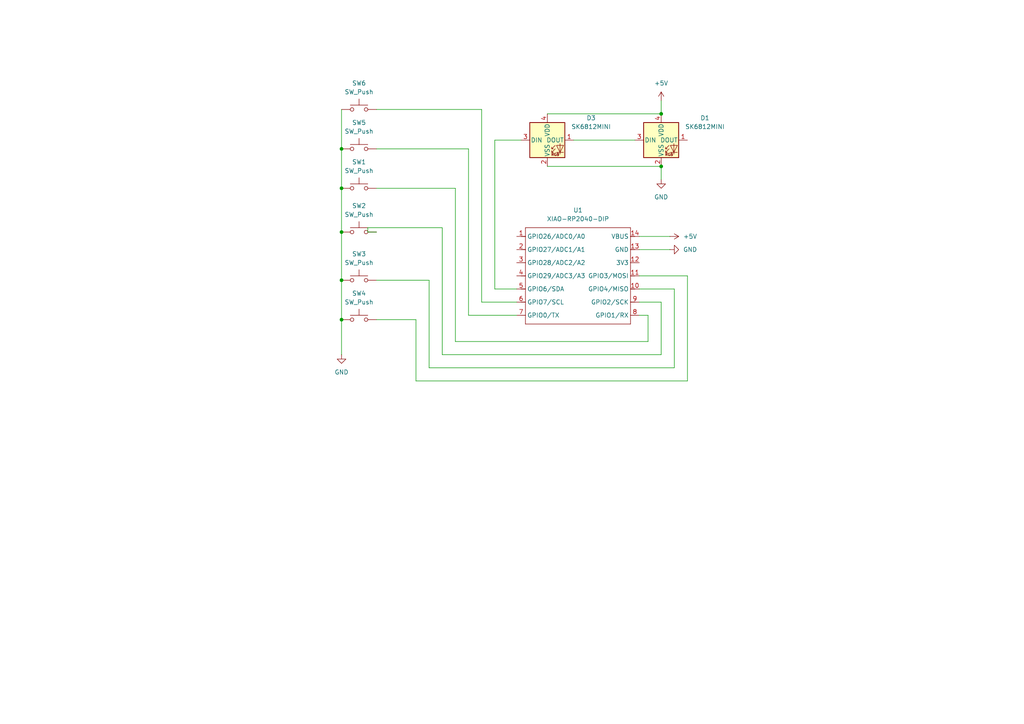
<source format=kicad_sch>
(kicad_sch (version 20250114) (generator "eeschema") (generator_version "9.0")
  (paper "A4")
  (lib_symbols
    (symbol "LED:SK6812MINI" (pin_names (offset 0.254))
      (property "Reference" "D" (at 5.08 5.715 0))
      (property "Value" "SK6812MINI" (at 1.27 -5.715 0))
      (symbol "SK6812MINI_0_0"
        (text "RGB" (at 2.286 -4.191 0) (effects (font (size 0.762 0.762))))
      )
      (symbol "SK6812MINI_0_1"
        (polyline (pts (xy 1.27 -2.54) (xy 1.778 -2.54)))
        (polyline (pts (xy 1.27 -3.556) (xy 1.778 -3.556)))
        (polyline (pts (xy 2.286 -1.524) (xy 1.27 -2.54) (xy 1.27 -2.032)))
        (polyline (pts (xy 2.286 -2.54) (xy 1.27 -3.556) (xy 1.27 -3.048)))
        (polyline (pts (xy 3.683 -1.016) (xy 3.683 -3.556) (xy 3.683 -4.064)))
        (polyline (pts (xy 4.699 -1.524) (xy 2.667 -1.524) (xy 3.683 -3.556) (xy 4.699 -1.524)))
        (polyline (pts (xy 4.699 -3.556) (xy 2.667 -3.556)))
        (rectangle (start 5.08 5.08) (end -5.08 -5.08) (stroke (width 0.254)) (fill (type background)))
      )
      (symbol "SK6812MINI_1_1"
        (pin input line (at -7.62 0 0) (length 2.54) (name "DIN") (number "3"))
        (pin power_in line (at 0 7.62 270) (length 2.54) (name "VDD") (number "4"))
        (pin power_in line (at 0 -7.62 90) (length 2.54) (name "VSS") (number "2"))
        (pin output line (at 7.62 0 180) (length 2.54) (name "DOUT") (number "1"))
      )
    )
    (symbol "OPL:XIAO-RP2040-DIP"
      (property "Reference" "U" (at 0 0 0))
      (property "Value" "XIAO-RP2040-DIP" (at 5.334 -1.778 0))
      (symbol "XIAO-RP2040-DIP_1_0"
        (polyline (pts (xy -1.27 -2.54) (xy 29.21 -2.54)) (stroke (width 0.1524)))
        (polyline (pts (xy -1.27 -5.08) (xy -2.54 -5.08)) (stroke (width 0.1524)))
        (polyline (pts (xy -1.27 -5.08) (xy -1.27 -2.54)) (stroke (width 0.1524)))
        (polyline (pts (xy -1.27 -8.89) (xy -2.54 -8.89)) (stroke (width 0.1524)))
        (polyline (pts (xy -1.27 -8.89) (xy -1.27 -5.08)) (stroke (width 0.1524)))
        (polyline (pts (xy -1.27 -12.7) (xy -2.54 -12.7)) (stroke (width 0.1524)))
        (polyline (pts (xy -1.27 -12.7) (xy -1.27 -8.89)) (stroke (width 0.1524)))
        (polyline (pts (xy -1.27 -16.51) (xy -2.54 -16.51)) (stroke (width 0.1524)))
        (polyline (pts (xy -1.27 -16.51) (xy -1.27 -12.7)) (stroke (width 0.1524)))
        (polyline (pts (xy -1.27 -20.32) (xy -2.54 -20.32)) (stroke (width 0.1524)))
        (polyline (pts (xy -1.27 -24.13) (xy -2.54 -24.13)) (stroke (width 0.1524)))
        (polyline (pts (xy -1.27 -27.94) (xy -2.54 -27.94)) (stroke (width 0.1524)))
        (polyline (pts (xy -1.27 -30.48) (xy -1.27 -16.51)) (stroke (width 0.1524)))
        (polyline (pts (xy 29.21 -2.54) (xy 29.21 -5.08)) (stroke (width 0.1524)))
        (polyline (pts (xy 29.21 -5.08) (xy 29.21 -8.89)) (stroke (width 0.1524)))
        (polyline (pts (xy 29.21 -8.89) (xy 29.21 -12.7)) (stroke (width 0.1524)))
        (polyline (pts (xy 29.21 -12.7) (xy 29.21 -30.48)) (stroke (width 0.1524)))
        (polyline (pts (xy 29.21 -30.48) (xy -1.27 -30.48)) (stroke (width 0.1524)))
        (polyline (pts (xy 30.48 -5.08) (xy 29.21 -5.08)) (stroke (width 0.1524)))
        (polyline (pts (xy 30.48 -8.89) (xy 29.21 -8.89)) (stroke (width 0.1524)))
        (polyline (pts (xy 30.48 -12.7) (xy 29.21 -12.7)) (stroke (width 0.1524)))
        (polyline (pts (xy 30.48 -16.51) (xy 29.21 -16.51)) (stroke (width 0.1524)))
        (polyline (pts (xy 30.48 -20.32) (xy 29.21 -20.32)) (stroke (width 0.1524)))
        (polyline (pts (xy 30.48 -24.13) (xy 29.21 -24.13)) (stroke (width 0.1524)))
        (polyline (pts (xy 30.48 -27.94) (xy 29.21 -27.94)) (stroke (width 0.1524)))
        (pin passive line (at -3.81 -5.08 0) (length 2.54) (name "GPIO26/ADC0/A0") (number "1"))
        (pin passive line (at -3.81 -8.89 0) (length 2.54) (name "GPIO27/ADC1/A1") (number "2"))
        (pin passive line (at -3.81 -12.7 0) (length 2.54) (name "GPIO28/ADC2/A2") (number "3"))
        (pin passive line (at -3.81 -16.51 0) (length 2.54) (name "GPIO29/ADC3/A3") (number "4"))
        (pin passive line (at -3.81 -20.32 0) (length 2.54) (name "GPIO6/SDA") (number "5"))
        (pin passive line (at -3.81 -24.13 0) (length 2.54) (name "GPIO7/SCL") (number "6"))
        (pin passive line (at -3.81 -27.94 0) (length 2.54) (name "GPIO0/TX") (number "7"))
        (pin passive line (at 31.75 -5.08 180) (length 2.54) (name "VBUS") (number "14"))
        (pin passive line (at 31.75 -8.89 180) (length 2.54) (name "GND") (number "13"))
        (pin passive line (at 31.75 -12.7 180) (length 2.54) (name "3V3") (number "12"))
        (pin passive line (at 31.75 -16.51 180) (length 2.54) (name "GPIO3/MOSI") (number "11"))
        (pin passive line (at 31.75 -20.32 180) (length 2.54) (name "GPIO4/MISO") (number "10"))
        (pin passive line (at 31.75 -24.13 180) (length 2.54) (name "GPIO2/SCK") (number "9"))
        (pin passive line (at 31.75 -27.94 180) (length 2.54) (name "GPIO1/RX") (number "8"))
      )
    )
    (symbol "Switch:SW_Push" (pin_numbers (hide yes)) (pin_names (offset 1.016) (hide yes))
      (property "Reference" "SW" (at 1.27 2.54 0))
      (property "Value" "SW_Push" (at 0 -1.524 0))
      (symbol "SW_Push_0_1"
        (circle (center -2.032 0) (radius 0.508))
        (polyline (pts (xy 0 1.27) (xy 0 3.048)))
        (circle (center 2.032 0) (radius 0.508))
        (polyline (pts (xy 2.54 1.27) (xy -2.54 1.27)))
        (pin passive line (at -5.08 0 0) (length 2.54) (name "1") (number "1"))
        (pin passive line (at 5.08 0 180) (length 2.54) (name "2") (number "2"))
      )
    )
    (symbol "power:+5V" (power) (pin_numbers (hide yes)) (pin_names (offset 0) (hide yes))
      (property "Value" "+5V" (at 0 3.556 0))
      (symbol "+5V_0_1"
        (polyline (pts (xy -0.762 1.27) (xy 0 2.54)))
        (polyline (pts (xy 0 2.54) (xy 0.762 1.27)))
        (polyline (pts (xy 0 0) (xy 0 2.54)))
      )
      (symbol "+5V_1_1"
        (pin power_in line (at 0 0 90) (length 0) (name "~") (number "1"))
      )
    )
    (symbol "power:GND" (power) (pin_numbers (hide yes)) (pin_names (offset 0) (hide yes))
      (property "Value" "GND" (at 0 -3.81 0))
      (symbol "GND_0_1"
        (polyline (pts (xy 0 0) (xy 0 -1.27) (xy 1.27 -1.27) (xy 0 -2.54) (xy -1.27 -1.27) (xy 0 -1.27)))
      )
      (symbol "GND_1_1"
        (pin power_in line (at 0 0 270) (length 0) (name "~") (number "1"))
      )
    )
  )
  (junction (at 191.77 48.26))
  (junction (at 99.06 92.71))
  (junction (at 191.77 33.02))
  (junction (at 99.06 81.28))
  (junction (at 99.06 67.31))
  (junction (at 99.06 54.61))
  (junction (at 99.06 43.18))
  (wire (pts (xy 109.22 31.75) (xy 139.7 31.75)))
  (wire (pts (xy 187.96 99.06) (xy 187.96 91.44)))
  (wire (pts (xy 187.96 91.44) (xy 185.42 91.44)))
  (wire (pts (xy 191.77 52.07) (xy 191.77 48.26)))
  (wire (pts (xy 199.39 80.01) (xy 185.42 80.01)))
  (wire (pts (xy 143.51 83.82) (xy 149.86 83.82)))
  (wire (pts (xy 99.06 31.75) (xy 99.06 43.18)))
  (wire (pts (xy 99.06 67.31) (xy 99.06 81.28)))
  (wire (pts (xy 128.27 102.87) (xy 191.77 102.87)))
  (wire (pts (xy 109.22 81.28) (xy 124.46 81.28)))
  (wire (pts (xy 195.58 83.82) (xy 185.42 83.82)))
  (wire (pts (xy 191.77 102.87) (xy 191.77 87.63)))
  (wire (pts (xy 99.06 102.87) (xy 99.06 92.71)))
  (wire (pts (xy 194.31 72.39) (xy 185.42 72.39)))
  (wire (pts (xy 139.7 87.63) (xy 149.86 87.63)))
  (wire (pts (xy 191.77 87.63) (xy 185.42 87.63)))
  (wire (pts (xy 120.65 92.71) (xy 120.65 110.49)))
  (wire (pts (xy 132.08 99.06) (xy 187.96 99.06)))
  (wire (pts (xy 99.06 43.18) (xy 99.06 54.61)))
  (wire (pts (xy 158.75 33.02) (xy 191.77 33.02)))
  (wire (pts (xy 99.06 54.61) (xy 99.06 67.31)))
  (wire (pts (xy 158.75 48.26) (xy 191.77 48.26)))
  (wire (pts (xy 106.68 67.31) (xy 109.22 67.31)))
  (wire (pts (xy 194.31 68.58) (xy 185.42 68.58)))
  (wire (pts (xy 124.46 106.68) (xy 195.58 106.68)))
  (wire (pts (xy 124.46 81.28) (xy 124.46 106.68)))
  (wire (pts (xy 143.51 40.64) (xy 143.51 83.82)))
  (wire (pts (xy 135.89 91.44) (xy 149.86 91.44)))
  (wire (pts (xy 135.89 43.18) (xy 135.89 91.44)))
  (wire (pts (xy 199.39 110.49) (xy 199.39 80.01)))
  (wire (pts (xy 120.65 110.49) (xy 199.39 110.49)))
  (wire (pts (xy 132.08 54.61) (xy 132.08 99.06)))
  (wire (pts (xy 139.7 31.75) (xy 139.7 87.63)))
  (wire (pts (xy 99.06 81.28) (xy 99.06 92.71)))
  (wire (pts (xy 128.27 66.04) (xy 128.27 102.87)))
  (wire (pts (xy 151.13 40.64) (xy 143.51 40.64)))
  (wire (pts (xy 106.68 66.04) (xy 106.68 67.31)))
  (wire (pts (xy 195.58 106.68) (xy 195.58 83.82)))
  (wire (pts (xy 109.22 92.71) (xy 120.65 92.71)))
  (wire (pts (xy 109.22 54.61) (xy 132.08 54.61)))
  (wire (pts (xy 191.77 29.21) (xy 191.77 33.02)))
  (wire (pts (xy 106.68 66.04) (xy 128.27 66.04)))
  (wire (pts (xy 109.22 43.18) (xy 135.89 43.18)))
  (wire (pts (xy 166.37 40.64) (xy 184.15 40.64)))
  (symbol (lib_id "Switch:SW_Push") (at 104.14 31.75 0) (unit 1)
    (property "Reference" "SW6" (at 104.14 24.13 0))
    (property "Value" "SW_Push" (at 104.14 26.67 0))
    (property "Footprint" "Button_Switch_Keyboard:SW_Cherry_MX_1.00u_PCB" (effects (hide yes)))
    (property "Description" "Push button switch, generic, two pins" (effects (hide yes)))
  )
  (symbol (lib_id "Switch:SW_Push") (at 104.14 54.61 0) (unit 1)
    (property "Reference" "SW1" (at 104.14 46.99 0))
    (property "Value" "SW_Push" (at 104.14 49.53 0))
    (property "Footprint" "Button_Switch_Keyboard:SW_Cherry_MX_1.00u_PCB" (effects (hide yes)))
    (property "Description" "Push button switch, generic, two pins" (effects (hide yes)))
  )
  (symbol (lib_id "Switch:SW_Push") (at 104.14 43.18 0) (unit 1)
    (property "Reference" "SW5" (at 104.14 35.56 0))
    (property "Value" "SW_Push" (at 104.14 38.1 0))
    (property "Footprint" "Button_Switch_Keyboard:SW_Cherry_MX_1.00u_PCB" (effects (hide yes)))
    (property "Description" "Push button switch, generic, two pins" (effects (hide yes)))
  )
  (symbol (lib_id "power:+5V") (at 191.77 29.21 0) (unit 1)
    (property "Reference" "#PWR03" (effects (hide yes)))
    (property "Value" "+5V" (at 191.77 24.13 0))
    (property "Description" "Power symbol creates a global label with name \"+5V\"" (effects (hide yes)))
  )
  (symbol (lib_id "LED:SK6812MINI") (at 158.75 40.64 0) (unit 1)
    (property "Reference" "D3" (at 171.45 34.2198 0))
    (property "Value" "SK6812MINI" (at 171.45 36.7598 0))
    (property "Footprint" "LED_SMD:LED_SK6812MINI_PLCC4_3.5x3.5mm_P1.75mm" (effects (hide yes)))
    (property "Datasheet" "https://cdn-shop.adafruit.com/product-files/2686/SK6812MINI_REV.01-1-2.pdf" (effects (hide yes)))
    (property "Description" "RGB LED with integrated controller" (effects (hide yes)))
  )
  (symbol (lib_id "Switch:SW_Push") (at 104.14 92.71 0) (unit 1)
    (property "Reference" "SW4" (at 104.14 85.09 0))
    (property "Value" "SW_Push" (at 104.14 87.63 0))
    (property "Footprint" "Button_Switch_Keyboard:SW_Cherry_MX_1.00u_PCB" (effects (hide yes)))
    (property "Description" "Push button switch, generic, two pins" (effects (hide yes)))
  )
  (symbol (lib_id "power:GND") (at 99.06 102.87 0) (unit 1)
    (property "Reference" "#PWR01" (effects (hide yes)))
    (property "Value" "GND" (at 99.06 107.95 0))
    (property "Description" "Power symbol creates a global label with name \"GND\" , ground" (effects (hide yes)))
  )
  (symbol (lib_id "power:GND") (at 191.77 52.07 0) (unit 1)
    (property "Reference" "#PWR02" (effects (hide yes)))
    (property "Value" "GND" (at 191.77 57.15 0))
    (property "Description" "Power symbol creates a global label with name \"GND\" , ground" (effects (hide yes)))
  )
  (symbol (lib_id "OPL:XIAO-RP2040-DIP") (at 153.67 63.5 0) (unit 1)
    (property "Reference" "U1" (at 167.64 60.96 0))
    (property "Value" "XIAO-RP2040-DIP" (at 167.64 63.5 0))
    (property "Footprint" "OPL:XIAO-RP2040-DIP" (effects (hide yes)))
  )
  (symbol (lib_id "power:GND") (at 194.31 72.39 90) (unit 1)
    (property "Reference" "#PWR05" (effects (hide yes)))
    (property "Value" "GND" (at 198.12 72.3899 90) (effects (justify right)))
    (property "Description" "Power symbol creates a global label with name \"GND\" , ground" (effects (hide yes)))
  )
  (symbol (lib_id "power:+5V") (at 194.31 68.58 270) (unit 1)
    (property "Reference" "#PWR04" (effects (hide yes)))
    (property "Value" "+5V" (at 198.12 68.5799 90) (effects (justify left)))
    (property "Description" "Power symbol creates a global label with name \"+5V\"" (effects (hide yes)))
  )
  (symbol (lib_id "Switch:SW_Push") (at 104.14 67.31 0) (unit 1)
    (property "Reference" "SW2" (at 104.14 59.69 0))
    (property "Value" "SW_Push" (at 104.14 62.23 0))
    (property "Footprint" "Button_Switch_Keyboard:SW_Cherry_MX_1.00u_PCB" (effects (hide yes)))
    (property "Description" "Push button switch, generic, two pins" (effects (hide yes)))
  )
  (symbol (lib_id "Switch:SW_Push") (at 104.14 81.28 0) (unit 1)
    (property "Reference" "SW3" (at 104.14 73.66 0))
    (property "Value" "SW_Push" (at 104.14 76.2 0))
    (property "Footprint" "Button_Switch_Keyboard:SW_Cherry_MX_1.00u_PCB" (effects (hide yes)))
    (property "Description" "Push button switch, generic, two pins" (effects (hide yes)))
  )
  (symbol (lib_id "LED:SK6812MINI") (at 191.77 40.64 0) (unit 1)
    (property "Reference" "D1" (at 204.47 34.2198 0))
    (property "Value" "SK6812MINI" (at 204.47 36.7598 0))
    (property "Footprint" "LED_SMD:LED_SK6812MINI_PLCC4_3.5x3.5mm_P1.75mm" (effects (hide yes)))
    (property "Datasheet" "https://cdn-shop.adafruit.com/product-files/2686/SK6812MINI_REV.01-1-2.pdf" (effects (hide yes)))
    (property "Description" "RGB LED with integrated controller" (effects (hide yes)))
  )
)
</source>
